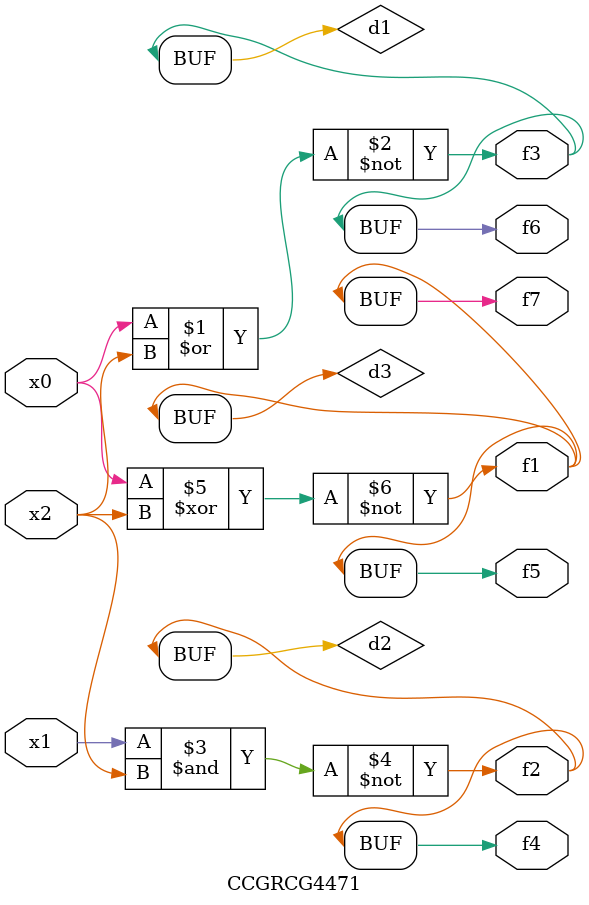
<source format=v>
module CCGRCG4471(
	input x0, x1, x2,
	output f1, f2, f3, f4, f5, f6, f7
);

	wire d1, d2, d3;

	nor (d1, x0, x2);
	nand (d2, x1, x2);
	xnor (d3, x0, x2);
	assign f1 = d3;
	assign f2 = d2;
	assign f3 = d1;
	assign f4 = d2;
	assign f5 = d3;
	assign f6 = d1;
	assign f7 = d3;
endmodule

</source>
